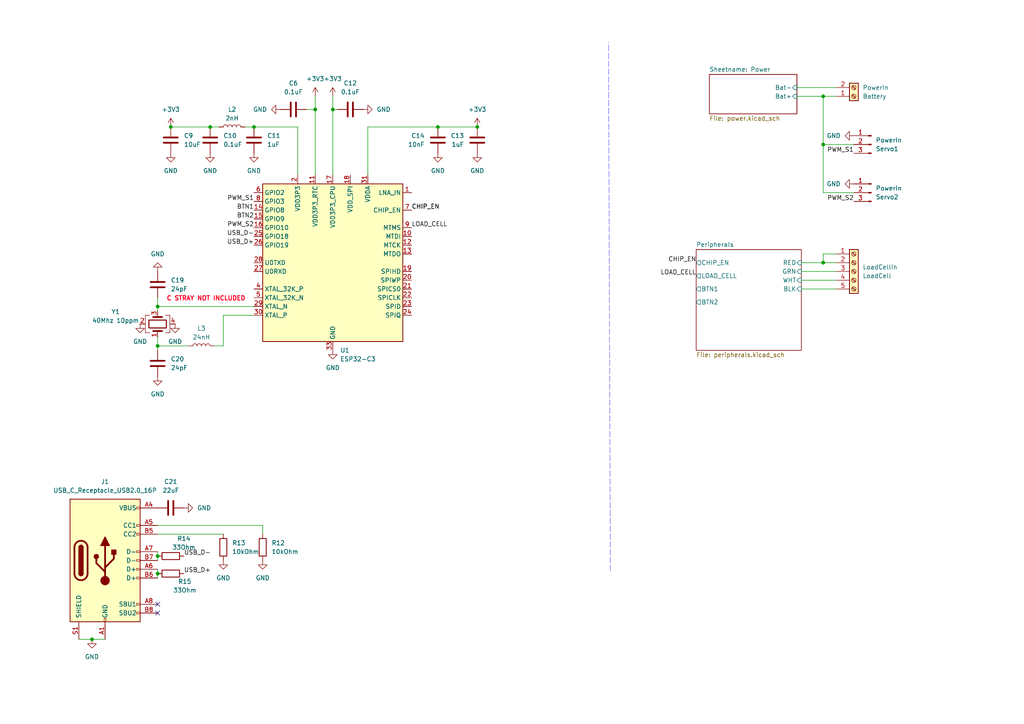
<source format=kicad_sch>
(kicad_sch (version 20250114) (generator "eeschema") (generator_version "9.0")
  (paper "A4")
  (lib_symbols
    (symbol "Connector:Conn_01x03_Pin" (pin_names (offset 1.016) (hide yes))
      (property "Reference" "J" (at 0 5.08 0))
      (property "Value" "Conn_01x03_Pin" (at 0 -5.08 0))
      (symbol "Conn_01x03_Pin_1_1"
        (rectangle (start 0.8636 2.667) (end 0 2.413) (stroke (width 0.1524)) (fill (type outline)))
        (rectangle (start 0.8636 0.127) (end 0 -0.127) (stroke (width 0.1524)) (fill (type outline)))
        (rectangle (start 0.8636 -2.413) (end 0 -2.667) (stroke (width 0.1524)) (fill (type outline)))
        (polyline (pts (xy 1.27 2.54) (xy 0.8636 2.54)) (stroke (width 0.1524)))
        (polyline (pts (xy 1.27 0) (xy 0.8636 0)) (stroke (width 0.1524)))
        (polyline (pts (xy 1.27 -2.54) (xy 0.8636 -2.54)) (stroke (width 0.1524)))
        (pin passive line (at 5.08 2.54 180) (length 3.81) (name "Pin_1") (number "1"))
        (pin passive line (at 5.08 0 180) (length 3.81) (name "Pin_2") (number "2"))
        (pin passive line (at 5.08 -2.54 180) (length 3.81) (name "Pin_3") (number "3"))
      )
    )
    (symbol "Connector:Screw_Terminal_01x02" (pin_names (offset 1.016) (hide yes))
      (property "Reference" "J1" (at 2.54 0.0001 0))
      (property "Value" "Screw_Terminal_01x02" (at 2.54 -2.5399 0))
      (symbol "Screw_Terminal_01x02_1_1"
        (rectangle (start -1.27 1.27) (end 1.27 -3.81) (stroke (width 0.254)) (fill (type background)))
        (polyline (pts (xy -0.5334 0.3302) (xy 0.3302 -0.508)) (stroke (width 0.1524)))
        (polyline (pts (xy -0.5334 -2.2098) (xy 0.3302 -3.048)) (stroke (width 0.1524)))
        (polyline (pts (xy -0.3556 0.508) (xy 0.508 -0.3302)) (stroke (width 0.1524)))
        (polyline (pts (xy -0.3556 -2.032) (xy 0.508 -2.8702)) (stroke (width 0.1524)))
        (circle (center 0 0) (radius 0.635) (stroke (width 0.1524)))
        (circle (center 0 -2.54) (radius 0.635) (stroke (width 0.1524)))
        (pin passive line (at -5.08 0 0) (length 3.81) (name "Pin_2") (number "2"))
        (pin passive line (at -5.08 -2.54 0) (length 3.81) (name "Pin_1") (number "1"))
      )
    )
    (symbol "Connector:Screw_Terminal_01x05" (pin_names (offset 1.016) (hide yes))
      (property "Reference" "J" (at 0 7.62 0))
      (property "Value" "Screw_Terminal_01x05" (at 0 -7.62 0))
      (symbol "Screw_Terminal_01x05_1_1"
        (rectangle (start -1.27 6.35) (end 1.27 -6.35) (stroke (width 0.254)) (fill (type background)))
        (polyline (pts (xy -0.5334 5.4102) (xy 0.3302 4.572)) (stroke (width 0.1524)))
        (polyline (pts (xy -0.5334 2.8702) (xy 0.3302 2.032)) (stroke (width 0.1524)))
        (polyline (pts (xy -0.5334 0.3302) (xy 0.3302 -0.508)) (stroke (width 0.1524)))
        (polyline (pts (xy -0.5334 -2.2098) (xy 0.3302 -3.048)) (stroke (width 0.1524)))
        (polyline (pts (xy -0.5334 -4.7498) (xy 0.3302 -5.588)) (stroke (width 0.1524)))
        (polyline (pts (xy -0.3556 5.588) (xy 0.508 4.7498)) (stroke (width 0.1524)))
        (polyline (pts (xy -0.3556 3.048) (xy 0.508 2.2098)) (stroke (width 0.1524)))
        (polyline (pts (xy -0.3556 0.508) (xy 0.508 -0.3302)) (stroke (width 0.1524)))
        (polyline (pts (xy -0.3556 -2.032) (xy 0.508 -2.8702)) (stroke (width 0.1524)))
        (polyline (pts (xy -0.3556 -4.572) (xy 0.508 -5.4102)) (stroke (width 0.1524)))
        (circle (center 0 5.08) (radius 0.635) (stroke (width 0.1524)))
        (circle (center 0 2.54) (radius 0.635) (stroke (width 0.1524)))
        (circle (center 0 0) (radius 0.635) (stroke (width 0.1524)))
        (circle (center 0 -2.54) (radius 0.635) (stroke (width 0.1524)))
        (circle (center 0 -5.08) (radius 0.635) (stroke (width 0.1524)))
        (pin passive line (at -5.08 5.08 0) (length 3.81) (name "Pin_1") (number "1"))
        (pin passive line (at -5.08 2.54 0) (length 3.81) (name "Pin_2") (number "2"))
        (pin passive line (at -5.08 0 0) (length 3.81) (name "Pin_3") (number "3"))
        (pin passive line (at -5.08 -2.54 0) (length 3.81) (name "Pin_4") (number "4"))
        (pin passive line (at -5.08 -5.08 0) (length 3.81) (name "Pin_5") (number "5"))
      )
    )
    (symbol "Connector:USB_C_Receptacle_USB2.0_16P" (pin_names (offset 1.016))
      (property "Reference" "J" (at 0 22.225 0))
      (property "Value" "USB_C_Receptacle_USB2.0_16P" (at 0 19.685 0))
      (symbol "USB_C_Receptacle_USB2.0_16P_0_0"
        (rectangle (start -0.254 -17.78) (end 0.254 -16.764))
        (rectangle (start 10.16 15.494) (end 9.144 14.986))
        (rectangle (start 10.16 10.414) (end 9.144 9.906))
        (rectangle (start 10.16 7.874) (end 9.144 7.366))
        (rectangle (start 10.16 2.794) (end 9.144 2.286))
        (rectangle (start 10.16 0.254) (end 9.144 -0.254))
        (rectangle (start 10.16 -2.286) (end 9.144 -2.794))
        (rectangle (start 10.16 -4.826) (end 9.144 -5.334))
        (rectangle (start 10.16 -12.446) (end 9.144 -12.954))
        (rectangle (start 10.16 -14.986) (end 9.144 -15.494))
      )
      (symbol "USB_C_Receptacle_USB2.0_16P_0_1"
        (rectangle (start -10.16 17.78) (end 10.16 -17.78) (stroke (width 0.254)) (fill (type background)))
        (polyline (pts (xy -8.89 -3.81) (xy -8.89 3.81)) (stroke (width 0.508)))
        (rectangle (start -7.62 -3.81) (end -6.35 3.81) (stroke (width 0.254)) (fill (type outline)))
        (arc (start -7.62 3.81) (mid -6.985 4.4423) (end -6.35 3.81) (stroke (width 0.254)))
        (arc (start -7.62 3.81) (mid -6.985 4.4423) (end -6.35 3.81) (stroke (width 0.254)) (fill (type outline)))
        (arc (start -8.89 3.81) (mid -6.985 5.7067) (end -5.08 3.81) (stroke (width 0.508)))
        (arc (start -5.08 -3.81) (mid -6.985 -5.7067) (end -8.89 -3.81) (stroke (width 0.508)))
        (arc (start -6.35 -3.81) (mid -6.985 -4.4423) (end -7.62 -3.81) (stroke (width 0.254)))
        (arc (start -6.35 -3.81) (mid -6.985 -4.4423) (end -7.62 -3.81) (stroke (width 0.254)) (fill (type outline)))
        (polyline (pts (xy -5.08 3.81) (xy -5.08 -3.81)) (stroke (width 0.508)))
        (circle (center -2.54 1.143) (radius 0.635) (stroke (width 0.254)) (fill (type outline)))
        (polyline (pts (xy -1.27 4.318) (xy 0 6.858) (xy 1.27 4.318) (xy -1.27 4.318)) (stroke (width 0.254)) (fill (type outline)))
        (polyline (pts (xy 0 -2.032) (xy 2.54 0.508) (xy 2.54 1.778)) (stroke (width 0.508)))
        (polyline (pts (xy 0 -3.302) (xy -2.54 -0.762) (xy -2.54 0.508)) (stroke (width 0.508)))
        (polyline (pts (xy 0 -5.842) (xy 0 4.318)) (stroke (width 0.508)))
        (circle (center 0 -5.842) (radius 1.27) (fill (type outline)))
        (rectangle (start 1.905 1.778) (end 3.175 3.048) (stroke (width 0.254)) (fill (type outline)))
      )
      (symbol "USB_C_Receptacle_USB2.0_16P_1_1"
        (pin passive line (at -7.62 -22.86 90) (length 5.08) (name "SHIELD") (number "S1"))
        (pin passive line (at 0 -22.86 90) (length 5.08) (name "GND") (number "A1"))
        (pin passive line (at 0 -22.86 90) (length 5.08) (hide yes) (name "GND") (number "A12"))
        (pin passive line (at 0 -22.86 90) (length 5.08) (hide yes) (name "GND") (number "B1"))
        (pin passive line (at 0 -22.86 90) (length 5.08) (hide yes) (name "GND") (number "B12"))
        (pin passive line (at 15.24 15.24 180) (length 5.08) (name "VBUS") (number "A4"))
        (pin passive line (at 15.24 15.24 180) (length 5.08) (hide yes) (name "VBUS") (number "A9"))
        (pin passive line (at 15.24 15.24 180) (length 5.08) (hide yes) (name "VBUS") (number "B4"))
        (pin passive line (at 15.24 15.24 180) (length 5.08) (hide yes) (name "VBUS") (number "B9"))
        (pin bidirectional line (at 15.24 10.16 180) (length 5.08) (name "CC1") (number "A5"))
        (pin bidirectional line (at 15.24 7.62 180) (length 5.08) (name "CC2") (number "B5"))
        (pin bidirectional line (at 15.24 2.54 180) (length 5.08) (name "D-") (number "A7"))
        (pin bidirectional line (at 15.24 0 180) (length 5.08) (name "D-") (number "B7"))
        (pin bidirectional line (at 15.24 -2.54 180) (length 5.08) (name "D+") (number "A6"))
        (pin bidirectional line (at 15.24 -5.08 180) (length 5.08) (name "D+") (number "B6"))
        (pin bidirectional line (at 15.24 -12.7 180) (length 5.08) (name "SBU1") (number "A8"))
        (pin bidirectional line (at 15.24 -15.24 180) (length 5.08) (name "SBU2") (number "B8"))
      )
    )
    (symbol "Device:C" (pin_numbers (hide yes)) (pin_names (offset 0.254))
      (property "Reference" "C" (at 0.635 2.54 0))
      (property "Value" "C" (at 0.635 -2.54 0))
      (symbol "C_0_1"
        (polyline (pts (xy -2.032 0.762) (xy 2.032 0.762)) (stroke (width 0.508)))
        (polyline (pts (xy -2.032 -0.762) (xy 2.032 -0.762)) (stroke (width 0.508)))
      )
      (symbol "C_1_1"
        (pin passive line (at 0 3.81 270) (length 2.794) (name "~") (number "1"))
        (pin passive line (at 0 -3.81 90) (length 2.794) (name "~") (number "2"))
      )
    )
    (symbol "Device:Crystal_GND24" (pin_names (offset 1.016) (hide yes))
      (property "Reference" "Y" (at 3.175 5.08 0))
      (property "Value" "Crystal_GND24" (at 3.175 3.175 0))
      (symbol "Crystal_GND24_0_1"
        (polyline (pts (xy -2.54 2.286) (xy -2.54 3.556) (xy 2.54 3.556) (xy 2.54 2.286)))
        (polyline (pts (xy -2.54 0) (xy -2.032 0)))
        (polyline (pts (xy -2.54 -2.286) (xy -2.54 -3.556) (xy 2.54 -3.556) (xy 2.54 -2.286)))
        (polyline (pts (xy -2.032 -1.27) (xy -2.032 1.27)) (stroke (width 0.508)))
        (rectangle (start -1.143 2.54) (end 1.143 -2.54) (stroke (width 0.3048)))
        (polyline (pts (xy 0 3.556) (xy 0 3.81)))
        (polyline (pts (xy 0 -3.81) (xy 0 -3.556)))
        (polyline (pts (xy 2.032 0) (xy 2.54 0)))
        (polyline (pts (xy 2.032 -1.27) (xy 2.032 1.27)) (stroke (width 0.508)))
      )
      (symbol "Crystal_GND24_1_1"
        (pin passive line (at -3.81 0 0) (length 1.27) (name "1") (number "1"))
        (pin passive line (at 0 5.08 270) (length 1.27) (name "2") (number "2"))
        (pin passive line (at 0 -5.08 90) (length 1.27) (name "4") (number "4"))
        (pin passive line (at 3.81 0 180) (length 1.27) (name "3") (number "3"))
      )
    )
    (symbol "Device:L" (pin_numbers (hide yes)) (pin_names (offset 1.016) (hide yes))
      (property "Reference" "L" (at -1.27 0 90))
      (property "Value" "L" (at 1.905 0 90))
      (symbol "L_0_1"
        (arc (start 0 2.54) (mid 0.6323 1.905) (end 0 1.27))
        (arc (start 0 1.27) (mid 0.6323 0.635) (end 0 0))
        (arc (start 0 0) (mid 0.6323 -0.635) (end 0 -1.27))
        (arc (start 0 -1.27) (mid 0.6323 -1.905) (end 0 -2.54))
      )
      (symbol "L_1_1"
        (pin passive line (at 0 3.81 270) (length 1.27) (name "1") (number "1"))
        (pin passive line (at 0 -3.81 90) (length 1.27) (name "2") (number "2"))
      )
    )
    (symbol "Device:R" (pin_numbers (hide yes)) (pin_names (offset 0))
      (property "Reference" "R" (at 2.032 0 90))
      (property "Value" "R" (at 0 0 90))
      (symbol "R_0_1"
        (rectangle (start -1.016 -2.54) (end 1.016 2.54) (stroke (width 0.254)))
      )
      (symbol "R_1_1"
        (pin passive line (at 0 3.81 270) (length 1.27) (name "~") (number "1"))
        (pin passive line (at 0 -3.81 90) (length 1.27) (name "~") (number "2"))
      )
    )
    (symbol "MCU_Espressif:ESP32-C3"
      (property "Reference" "U" (at -17.272 23.876 0))
      (property "Value" "ESP32-C3" (at 16.256 23.876 0))
      (symbol "ESP32-C3_1_1"
        (rectangle (start -20.32 22.86) (end 20.32 -22.86) (stroke (width 0.254)) (fill (type background)))
        (pin bidirectional line (at -22.86 20.32 0) (length 2.54) (name "GPIO2") (number "6"))
        (pin bidirectional line (at -22.86 17.78 0) (length 2.54) (name "GPIO3") (number "8"))
        (pin bidirectional line (at -22.86 15.24 0) (length 2.54) (name "GPIO8") (number "14"))
        (pin bidirectional line (at -22.86 12.7 0) (length 2.54) (name "GPIO9") (number "15"))
        (pin bidirectional line (at -22.86 10.16 0) (length 2.54) (name "GPIO10") (number "16"))
        (pin bidirectional line (at -22.86 7.62 0) (length 2.54) (name "GPIO18") (number "25"))
        (pin bidirectional line (at -22.86 5.08 0) (length 2.54) (name "GPIO19") (number "26"))
        (pin bidirectional line (at -22.86 0 0) (length 2.54) (name "U0TXD") (number "28"))
        (pin bidirectional line (at -22.86 -2.54 0) (length 2.54) (name "U0RXD") (number "27"))
        (pin bidirectional line (at -22.86 -7.62 0) (length 2.54) (name "XTAL_32K_P") (number "4"))
        (pin bidirectional line (at -22.86 -10.16 0) (length 2.54) (name "XTAL_32K_N") (number "5"))
        (pin bidirectional line (at -22.86 -12.7 0) (length 2.54) (name "XTAL_N") (number "29"))
        (pin bidirectional line (at -22.86 -15.24 0) (length 2.54) (name "XTAL_P") (number "30"))
        (pin power_in line (at -10.16 25.4 270) (length 2.54) (name "VDD3P3") (number "2"))
        (pin passive line (at -10.16 25.4 270) (length 2.54) (hide yes) (name "VDD3P3") (number "3"))
        (pin power_in line (at -5.08 25.4 270) (length 2.54) (name "VDD3P3_RTC") (number "11"))
        (pin power_in line (at 0 25.4 270) (length 2.54) (name "VDD3P3_CPU") (number "17"))
        (pin power_in line (at 0 -25.4 90) (length 2.54) (name "GND") (number "33"))
        (pin power_out line (at 5.08 25.4 270) (length 2.54) (name "VDD_SPI") (number "18"))
        (pin power_in line (at 10.16 25.4 270) (length 2.54) (name "VDDA") (number "31"))
        (pin passive line (at 10.16 25.4 270) (length 2.54) (hide yes) (name "VDDA") (number "32"))
        (pin bidirectional line (at 22.86 20.32 180) (length 2.54) (name "LNA_IN") (number "1"))
        (pin bidirectional line (at 22.86 15.24 180) (length 2.54) (name "CHIP_EN") (number "7"))
        (pin bidirectional line (at 22.86 10.16 180) (length 2.54) (name "MTMS") (number "9"))
        (pin bidirectional line (at 22.86 7.62 180) (length 2.54) (name "MTDI") (number "10"))
        (pin bidirectional line (at 22.86 5.08 180) (length 2.54) (name "MTCK") (number "12"))
        (pin bidirectional line (at 22.86 2.54 180) (length 2.54) (name "MTDO") (number "13"))
        (pin bidirectional line (at 22.86 -2.54 180) (length 2.54) (name "SPIHD") (number "19"))
        (pin bidirectional line (at 22.86 -5.08 180) (length 2.54) (name "SPIWP") (number "20"))
        (pin bidirectional line (at 22.86 -7.62 180) (length 2.54) (name "SPICS0") (number "21"))
        (pin bidirectional line (at 22.86 -10.16 180) (length 2.54) (name "SPICLK") (number "22"))
        (pin bidirectional line (at 22.86 -12.7 180) (length 2.54) (name "SPID") (number "23"))
        (pin bidirectional line (at 22.86 -15.24 180) (length 2.54) (name "SPIQ") (number "24"))
      )
    )
    (symbol "power:+3V3" (power) (pin_numbers (hide yes)) (pin_names (offset 0) (hide yes))
      (property "Value" "+3V3" (at 0 3.556 0))
      (symbol "+3V3_0_1"
        (polyline (pts (xy -0.762 1.27) (xy 0 2.54)))
        (polyline (pts (xy 0 2.54) (xy 0.762 1.27)))
        (polyline (pts (xy 0 0) (xy 0 2.54)))
      )
      (symbol "+3V3_1_1"
        (pin power_in line (at 0 0 90) (length 0) (name "~") (number "1"))
      )
    )
    (symbol "power:GND" (power) (pin_numbers (hide yes)) (pin_names (offset 0) (hide yes))
      (property "Value" "GND" (at 0 -3.81 0))
      (symbol "GND_0_1"
        (polyline (pts (xy 0 0) (xy 0 -1.27) (xy 1.27 -1.27) (xy 0 -2.54) (xy -1.27 -1.27) (xy 0 -1.27)))
      )
      (symbol "GND_1_1"
        (pin power_in line (at 0 0 270) (length 0) (name "~") (number "1"))
      )
    )
  )
  (junction (at 45.72 166.37))
  (junction (at 96.52 31.75))
  (junction (at 26.67 185.42))
  (junction (at 138.43 36.83))
  (junction (at 238.76 27.94))
  (junction (at 45.72 100.33))
  (junction (at 45.72 88.9))
  (junction (at 60.96 36.83))
  (junction (at 91.44 31.75))
  (junction (at 238.76 76.2))
  (junction (at 127 36.83))
  (junction (at 238.76 41.91))
  (junction (at 45.72 161.29))
  (junction (at 73.66 36.83))
  (junction (at 49.53 36.83))
  (no_connect (at 45.72 177.8))
  (no_connect (at 45.72 175.26))
  (wire (pts (xy 76.2 152.4) (xy 45.72 152.4)))
  (wire (pts (xy 96.52 31.75) (xy 96.52 50.8)))
  (wire (pts (xy 63.5 36.83) (xy 60.96 36.83)))
  (polyline (pts (xy 177.0352 165.6228) (xy 176.486 12.2869)) (stroke (width 0) (type dash) (color 93 94 255 1)))
  (wire (pts (xy 45.72 88.9) (xy 73.66 88.9)))
  (wire (pts (xy 45.72 100.33) (xy 45.72 101.6)))
  (wire (pts (xy 238.76 27.94) (xy 242.57 27.94)))
  (wire (pts (xy 73.66 36.83) (xy 86.36 36.83)))
  (wire (pts (xy 231.14 25.4) (xy 242.57 25.4)))
  (wire (pts (xy 242.57 73.66) (xy 238.76 73.66)))
  (wire (pts (xy 106.68 36.83) (xy 127 36.83)))
  (wire (pts (xy 86.36 36.83) (xy 86.36 50.8)))
  (wire (pts (xy 45.72 166.37) (xy 45.72 167.64)))
  (wire (pts (xy 238.76 73.66) (xy 238.76 76.2)))
  (wire (pts (xy 45.72 161.29) (xy 45.72 162.56)))
  (wire (pts (xy 71.12 36.83) (xy 73.66 36.83)))
  (wire (pts (xy 49.53 36.83) (xy 60.96 36.83)))
  (wire (pts (xy 45.72 154.94) (xy 64.77 154.94)))
  (wire (pts (xy 64.77 100.33) (xy 62.23 100.33)))
  (wire (pts (xy 45.72 97.79) (xy 45.72 100.33)))
  (wire (pts (xy 247.65 41.91) (xy 238.76 41.91)))
  (wire (pts (xy 106.68 50.8) (xy 106.68 36.83)))
  (wire (pts (xy 88.9 31.75) (xy 91.44 31.75)))
  (wire (pts (xy 238.76 41.91) (xy 238.76 27.94)))
  (wire (pts (xy 45.72 165.1) (xy 45.72 166.37)))
  (wire (pts (xy 22.86 185.42) (xy 26.67 185.42)))
  (wire (pts (xy 45.72 88.9) (xy 45.72 90.17)))
  (wire (pts (xy 91.44 31.75) (xy 91.44 50.8)))
  (wire (pts (xy 238.76 41.91) (xy 238.76 55.88)))
  (wire (pts (xy 64.77 91.44) (xy 64.77 100.33)))
  (wire (pts (xy 97.79 31.75) (xy 96.52 31.75)))
  (wire (pts (xy 26.67 185.42) (xy 30.48 185.42)))
  (wire (pts (xy 232.41 83.82) (xy 242.57 83.82)))
  (wire (pts (xy 232.41 81.28) (xy 242.57 81.28)))
  (wire (pts (xy 45.72 100.33) (xy 54.61 100.33)))
  (wire (pts (xy 138.43 36.83) (xy 127 36.83)))
  (wire (pts (xy 247.65 55.88) (xy 238.76 55.88)))
  (wire (pts (xy 96.52 27.94) (xy 96.52 31.75)))
  (wire (pts (xy 45.72 86.36) (xy 45.72 88.9)))
  (wire (pts (xy 76.2 154.94) (xy 76.2 152.4)))
  (wire (pts (xy 45.72 160.02) (xy 45.72 161.29)))
  (wire (pts (xy 232.41 78.74) (xy 242.57 78.74)))
  (wire (pts (xy 64.77 91.44) (xy 73.66 91.44)))
  (wire (pts (xy 232.41 76.2) (xy 238.76 76.2)))
  (wire (pts (xy 238.76 76.2) (xy 242.57 76.2)))
  (wire (pts (xy 91.44 27.94) (xy 91.44 31.75)))
  (wire (pts (xy 231.14 27.94) (xy 238.76 27.94)))
  (label "USB_D-" (at 73.66 68.58 180))
  (label "PWM_S2" (at 247.65 58.42 180))
  (label "USB_D+" (at 53.34 166.37 0))
  (label "CHIP_EN" (at 201.93 76.2 180))
  (label "USB_D+" (at 73.66 71.12 180))
  (label "PWM_S1" (at 247.65 44.45 180))
  (label "PWM_S2" (at 73.66 66.04 180))
  (label "CHIP_EN" (at 119.38 60.96 0))
  (label "LOAD_CELL" (at 201.93 80.01 180))
  (label "CHIP_EN" (at 119.38 60.96 0))
  (label "PWM_S1" (at 73.66 58.42 180))
  (label "USB_D-" (at 53.34 161.29 0))
  (label "BTN2" (at 73.66 63.5 180))
  (label "BTN1" (at 73.66 60.96 180))
  (label "LOAD_CELL" (at 119.38 66.04 0))
  (label "C STRAY NOT INCLUDED" (at 48.26 87.63 0) (effects (font (thickness 0.254) (bold yes))))
  (symbol (lib_id "power:GND") (at 60.96 44.45 0) (unit 1)
    (property "Reference" "#PWR013" (effects (hide yes)))
    (property "Value" "GND" (at 60.96 49.53 0))
    (property "Description" "Power symbol creates a global label with name \"GND\" , ground" (effects (hide yes)))
  )
  (symbol (lib_id "power:GND") (at 138.43 44.45 0) (mirror y) (unit 1)
    (property "Reference" "#PWR019" (effects (hide yes)))
    (property "Value" "GND" (at 138.43 49.53 0))
    (property "Description" "Power symbol creates a global label with name \"GND\" , ground" (effects (hide yes)))
  )
  (symbol (lib_id "Device:C") (at 45.72 82.55 180) (unit 1)
    (property "Reference" "C19" (at 49.53 81.2799 0) (effects (justify right)))
    (property "Value" "24pF" (at 49.53 83.8199 0) (effects (justify right)))
    (property "Footprint" "Capacitor_SMD:C_0805_2012Metric_Pad1.18x1.45mm_HandSolder" (effects (hide yes)))
    (property "Description" "Unpolarized capacitor" (effects (hide yes)))
  )
  (symbol (lib_id "power:GND") (at 105.41 31.75 90) (unit 1)
    (property "Reference" "#PWR016" (effects (hide yes)))
    (property "Value" "GND" (at 109.22 31.7499 90) (effects (justify right)))
    (property "Description" "Power symbol creates a global label with name \"GND\" , ground" (effects (hide yes)))
  )
  (symbol (lib_id "Device:C") (at 85.09 31.75 90) (unit 1)
    (property "Reference" "C6" (at 85.09 24.13 90))
    (property "Value" "0.1uF" (at 85.09 26.67 90))
    (property "Footprint" "Capacitor_SMD:C_0805_2012Metric_Pad1.18x1.45mm_HandSolder" (effects (hide yes)))
    (property "Description" "Unpolarized capacitor" (effects (hide yes)))
  )
  (symbol (lib_id "power:GND") (at 247.65 53.34 270) (unit 1)
    (property "Reference" "#PWR09" (effects (hide yes)))
    (property "Value" "GND" (at 243.84 53.3399 90) (effects (justify right)))
    (property "Description" "Power symbol creates a global label with name \"GND\" , ground" (effects (hide yes)))
  )
  (symbol (lib_id "Device:C") (at 127 40.64 0) (mirror x) (unit 1)
    (property "Reference" "C14" (at 123.19 39.3699 0) (effects (justify right)))
    (property "Value" "10nF" (at 123.19 41.9099 0) (effects (justify right)))
    (property "Footprint" "Capacitor_SMD:C_0805_2012Metric_Pad1.18x1.45mm_HandSolder" (effects (hide yes)))
    (property "Description" "Unpolarized capacitor" (effects (hide yes)))
  )
  (symbol (lib_id "Device:R") (at 49.53 166.37 90) (unit 1)
    (property "Reference" "R15" (at 53.594 168.656 90))
    (property "Value" "33Ohm" (at 53.594 171.196 90))
    (property "Footprint" "Resistor_SMD:R_0402_1005Metric_Pad0.72x0.64mm_HandSolder" (effects (hide yes)))
    (property "Description" "Resistor" (effects (hide yes)))
  )
  (symbol (lib_id "power:GND") (at 40.64 93.98 0) (unit 1)
    (property "Reference" "#PWR040" (effects (hide yes)))
    (property "Value" "GND" (at 40.64 99.06 0))
    (property "Description" "Power symbol creates a global label with name \"GND\" , ground" (effects (hide yes)))
  )
  (symbol (lib_id "Device:L") (at 58.42 100.33 90) (unit 1)
    (property "Reference" "L3" (at 58.42 95.25 90))
    (property "Value" "24nH" (at 58.42 97.79 90))
    (property "Footprint" "Inductor_SMD:L_0402_1005Metric_Pad0.77x0.64mm_HandSolder" (effects (hide yes)))
    (property "Description" "Inductor" (effects (hide yes)))
  )
  (symbol (lib_id "Device:C") (at 73.66 40.64 180) (unit 1)
    (property "Reference" "C11" (at 77.47 39.3699 0) (effects (justify right)))
    (property "Value" "1uF" (at 77.47 41.9099 0) (effects (justify right)))
    (property "Footprint" "Capacitor_SMD:C_0805_2012Metric_Pad1.18x1.45mm_HandSolder" (effects (hide yes)))
    (property "Description" "Unpolarized capacitor" (effects (hide yes)))
  )
  (symbol (lib_id "power:+3V3") (at 96.52 27.94 0) (unit 1)
    (property "Reference" "#PWR017" (effects (hide yes)))
    (property "Value" "+3V3" (at 96.52 22.86 0))
    (property "Description" "Power symbol creates a global label with name \"+3V3\"" (effects (hide yes)))
  )
  (symbol (lib_id "power:GND") (at 96.52 101.6 0) (mirror y) (unit 1)
    (property "Reference" "#PWR021" (effects (hide yes)))
    (property "Value" "GND" (at 96.52 106.68 0))
    (property "Description" "Power symbol creates a global label with name \"GND\" , ground" (effects (hide yes)))
  )
  (symbol (lib_id "power:+3V3") (at 138.43 36.83 0) (mirror y) (unit 1)
    (property "Reference" "#PWR018" (effects (hide yes)))
    (property "Value" "+3V3" (at 138.43 31.75 0))
    (property "Description" "Power symbol creates a global label with name \"+3V3\"" (effects (hide yes)))
  )
  (symbol (lib_id "power:GND") (at 26.67 185.42 0) (unit 1)
    (property "Reference" "#PWR045" (effects (hide yes)))
    (property "Value" "GND" (at 26.67 190.5 0))
    (property "Description" "Power symbol creates a global label with name \"GND\" , ground" (effects (hide yes)))
  )
  (symbol (lib_id "power:GND") (at 53.34 147.32 90) (unit 1)
    (property "Reference" "#PWR044" (effects (hide yes)))
    (property "Value" "GND" (at 57.15 147.3199 90) (effects (justify right)))
    (property "Description" "Power symbol creates a global label with name \"GND\" , ground" (effects (hide yes)))
  )
  (symbol (lib_id "power:GND") (at 50.8 93.98 0) (unit 1)
    (property "Reference" "#PWR041" (effects (hide yes)))
    (property "Value" "GND" (at 50.8 99.06 0))
    (property "Description" "Power symbol creates a global label with name \"GND\" , ground" (effects (hide yes)))
  )
  (symbol (lib_id "power:GND") (at 76.2 162.56 0) (unit 1)
    (property "Reference" "#PWR046" (effects (hide yes)))
    (property "Value" "GND" (at 76.2 167.64 0))
    (property "Description" "Power symbol creates a global label with name \"GND\" , ground" (effects (hide yes)))
  )
  (symbol (lib_id "power:GND") (at 45.72 78.74 180) (unit 1)
    (property "Reference" "#PWR043" (effects (hide yes)))
    (property "Value" "GND" (at 45.72 73.66 0))
    (property "Description" "Power symbol creates a global label with name \"GND\" , ground" (effects (hide yes)))
  )
  (symbol (lib_id "Connector:Screw_Terminal_01x02") (at 247.65 25.4 0) (unit 1)
    (property "Reference" "PowerIn" (at 250.19 25.3999 0) (effects (justify left)))
    (property "Value" "Battery" (at 250.19 27.9399 0) (effects (justify left)))
    (property "Footprint" "TerminalBlock:TerminalBlock_MaiXu_MX126-5.0-02P_1x02_P5.00mm" (effects (hide yes)))
    (property "Description" "Generic screw terminal, single row, 01x02, script generated (kicad-library-utils/schlib/autogen/connector/)" (effects (hide yes)))
  )
  (symbol (lib_id "power:GND") (at 49.53 44.45 0) (unit 1)
    (property "Reference" "#PWR012" (effects (hide yes)))
    (property "Value" "GND" (at 49.53 49.53 0))
    (property "Description" "Power symbol creates a global label with name \"GND\" , ground" (effects (hide yes)))
  )
  (symbol (lib_id "Device:C") (at 49.53 147.32 270) (unit 1)
    (property "Reference" "C21" (at 49.53 139.7 90))
    (property "Value" "22uF" (at 49.53 142.24 90))
    (property "Footprint" "Capacitor_SMD:C_0805_2012Metric_Pad1.18x1.45mm_HandSolder" (effects (hide yes)))
    (property "Description" "Unpolarized capacitor" (effects (hide yes)))
  )
  (symbol (lib_id "Device:R") (at 64.77 158.75 0) (unit 1)
    (property "Reference" "R13" (at 67.31 157.4799 0) (effects (justify left)))
    (property "Value" "10kOhm" (at 67.31 160.0199 0) (effects (justify left)))
    (property "Footprint" "Resistor_SMD:R_0402_1005Metric_Pad0.72x0.64mm_HandSolder" (effects (hide yes)))
    (property "Description" "Resistor" (effects (hide yes)))
  )
  (symbol (lib_id "Device:C") (at 45.72 105.41 180) (unit 1)
    (property "Reference" "C20" (at 49.53 104.1399 0) (effects (justify right)))
    (property "Value" "24pF" (at 49.53 106.6799 0) (effects (justify right)))
    (property "Footprint" "Capacitor_SMD:C_0805_2012Metric_Pad1.18x1.45mm_HandSolder" (effects (hide yes)))
    (property "Description" "Unpolarized capacitor" (effects (hide yes)))
  )
  (symbol (lib_id "Connector:Screw_Terminal_01x05") (at 247.65 78.74 0) (unit 1)
    (property "Reference" "LoadCellIn" (at 250.19 77.4699 0) (effects (justify left)))
    (property "Value" "LoadCell" (at 250.19 80.0099 0) (effects (justify left)))
    (property "Description" "Generic screw terminal, single row, 01x05, script generated (kicad-library-utils/schlib/autogen/connector/)" (effects (hide yes)))
  )
  (symbol (lib_id "power:GND") (at 247.65 39.37 270) (unit 1)
    (property "Reference" "#PWR08" (effects (hide yes)))
    (property "Value" "GND" (at 243.84 39.3699 90) (effects (justify right)))
    (property "Description" "Power symbol creates a global label with name \"GND\" , ground" (effects (hide yes)))
  )
  (symbol (lib_id "Connector:USB_C_Receptacle_USB2.0_16P") (at 30.48 162.56 0) (unit 1)
    (property "Reference" "J1" (at 30.48 139.7 0))
    (property "Value" "USB_C_Receptacle_USB2.0_16P" (at 30.48 142.24 0))
    (property "Footprint" "Connector_USB:USB_C_Receptacle_GCT_USB4085" (effects (hide yes)))
    (property "Datasheet" "https://www.usb.org/sites/default/files/documents/usb_type-c.zip" (effects (hide yes)))
    (property "Description" "USB 2.0-only 16P Type-C Receptacle connector" (effects (hide yes)))
  )
  (symbol (lib_id "power:GND") (at 64.77 162.56 0) (unit 1)
    (property "Reference" "#PWR047" (effects (hide yes)))
    (property "Value" "GND" (at 64.77 167.64 0))
    (property "Description" "Power symbol creates a global label with name \"GND\" , ground" (effects (hide yes)))
  )
  (symbol (lib_id "Connector:Conn_01x03_Pin") (at 252.73 55.88 0) (mirror y) (unit 1)
    (property "Reference" "PowerIn" (at 254 54.6099 0) (effects (justify right)))
    (property "Value" "Servo2" (at 254 57.1499 0) (effects (justify right)))
    (property "Footprint" "Connector_PinHeader_1.00mm:PinHeader_1x03_P1.00mm_Vertical" (effects (hide yes)))
    (property "Description" "Generic connector, single row, 01x03, script generated" (effects (hide yes)))
  )
  (symbol (lib_id "Device:L") (at 67.31 36.83 90) (unit 1)
    (property "Reference" "L2" (at 67.31 31.75 90))
    (property "Value" "2nH" (at 67.31 34.29 90))
    (property "Footprint" "Inductor_SMD:L_0805_2012Metric_Pad1.05x1.20mm_HandSolder" (effects (hide yes)))
    (property "Description" "Inductor" (effects (hide yes)))
  )
  (symbol (lib_id "Device:R") (at 76.2 158.75 0) (unit 1)
    (property "Reference" "R12" (at 78.74 157.4799 0) (effects (justify left)))
    (property "Value" "10kOhm" (at 78.74 160.0199 0) (effects (justify left)))
    (property "Footprint" "Resistor_SMD:R_0402_1005Metric_Pad0.72x0.64mm_HandSolder" (effects (hide yes)))
    (property "Description" "Resistor" (effects (hide yes)))
  )
  (symbol (lib_id "power:+3V3") (at 91.44 27.94 0) (unit 1)
    (property "Reference" "#PWR011" (effects (hide yes)))
    (property "Value" "+3V3" (at 91.44 22.86 0))
    (property "Description" "Power symbol creates a global label with name \"+3V3\"" (effects (hide yes)))
  )
  (symbol (lib_id "Device:C") (at 60.96 40.64 180) (unit 1)
    (property "Reference" "C10" (at 64.77 39.3699 0) (effects (justify right)))
    (property "Value" "0.1uF" (at 64.77 41.9099 0) (effects (justify right)))
    (property "Footprint" "Capacitor_SMD:C_0805_2012Metric_Pad1.18x1.45mm_HandSolder" (effects (hide yes)))
    (property "Description" "Unpolarized capacitor" (effects (hide yes)))
  )
  (symbol (lib_id "Connector:Conn_01x03_Pin") (at 252.73 41.91 0) (mirror y) (unit 1)
    (property "Reference" "PowerIn" (at 254 40.6399 0) (effects (justify right)))
    (property "Value" "Servo1" (at 254 43.1799 0) (effects (justify right)))
    (property "Footprint" "Connector_PinHeader_1.00mm:PinHeader_1x03_P1.00mm_Vertical" (effects (hide yes)))
    (property "Description" "Generic connector, single row, 01x03, script generated" (effects (hide yes)))
  )
  (symbol (lib_id "power:GND") (at 127 44.45 0) (mirror y) (unit 1)
    (property "Reference" "#PWR020" (effects (hide yes)))
    (property "Value" "GND" (at 127 49.53 0))
    (property "Description" "Power symbol creates a global label with name \"GND\" , ground" (effects (hide yes)))
  )
  (symbol (lib_id "power:+3V3") (at 49.53 36.83 0) (unit 1)
    (property "Reference" "#PWR015" (effects (hide yes)))
    (property "Value" "+3V3" (at 49.53 31.75 0))
    (property "Description" "Power symbol creates a global label with name \"+3V3\"" (effects (hide yes)))
  )
  (symbol (lib_id "power:GND") (at 73.66 44.45 0) (unit 1)
    (property "Reference" "#PWR014" (effects (hide yes)))
    (property "Value" "GND" (at 73.66 49.53 0))
    (property "Description" "Power symbol creates a global label with name \"GND\" , ground" (effects (hide yes)))
  )
  (symbol (lib_id "Device:R") (at 49.53 161.29 90) (unit 1)
    (property "Reference" "R14" (at 53.34 156.21 90))
    (property "Value" "33Ohm" (at 53.34 158.75 90))
    (property "Footprint" "Resistor_SMD:R_0402_1005Metric_Pad0.72x0.64mm_HandSolder" (effects (hide yes)))
    (property "Description" "Resistor" (effects (hide yes)))
  )
  (symbol (lib_id "Device:C") (at 138.43 40.64 0) (mirror x) (unit 1)
    (property "Reference" "C13" (at 134.62 39.3699 0) (effects (justify right)))
    (property "Value" "1uF" (at 134.62 41.9099 0) (effects (justify right)))
    (property "Footprint" "Capacitor_SMD:C_0805_2012Metric_Pad1.18x1.45mm_HandSolder" (effects (hide yes)))
    (property "Description" "Unpolarized capacitor" (effects (hide yes)))
  )
  (symbol (lib_id "Device:C") (at 49.53 40.64 180) (unit 1)
    (property "Reference" "C9" (at 53.34 39.3699 0) (effects (justify right)))
    (property "Value" "10uF" (at 53.34 41.9099 0) (effects (justify right)))
    (property "Footprint" "Capacitor_SMD:C_0805_2012Metric_Pad1.18x1.45mm_HandSolder" (effects (hide yes)))
    (property "Description" "Unpolarized capacitor" (effects (hide yes)))
  )
  (symbol (lib_id "Device:Crystal_GND24") (at 45.72 93.98 90) (unit 1)
    (property "Reference" "Y1" (at 33.528 90.424 90))
    (property "Value" "40Mhz 10ppm" (at 33.528 92.964 90))
    (property "Footprint" "Crystal:Crystal_SMD_2016-4Pin_2.0x1.6mm" (effects (hide yes)))
    (property "Description" "Four pin crystal, GND on pins 2 and 4" (effects (hide yes)))
  )
  (symbol (lib_id "power:GND") (at 45.72 109.22 0) (unit 1)
    (property "Reference" "#PWR042" (effects (hide yes)))
    (property "Value" "GND" (at 45.72 114.3 0))
    (property "Description" "Power symbol creates a global label with name \"GND\" , ground" (effects (hide yes)))
  )
  (symbol (lib_id "Device:C") (at 101.6 31.75 90) (unit 1)
    (property "Reference" "C12" (at 101.6 24.13 90))
    (property "Value" "0.1uF" (at 101.6 26.67 90))
    (property "Footprint" "Capacitor_SMD:C_0805_2012Metric_Pad1.18x1.45mm_HandSolder" (effects (hide yes)))
    (property "Description" "Unpolarized capacitor" (effects (hide yes)))
  )
  (symbol (lib_id "MCU_Espressif:ESP32-C3") (at 96.52 76.2 0) (unit 1)
    (property "Reference" "U1" (at 98.6633 101.6 0) (effects (justify left)))
    (property "Value" "ESP32-C3" (at 98.6633 104.14 0) (effects (justify left)))
    (property "Footprint" "Package_DFN_QFN:QFN-32-1EP_5x5mm_P0.5mm_EP3.7x3.7mm" (effects (hide yes)))
    (property "Datasheet" "https://www.espressif.com/sites/default/files/documentation/esp32-c3_datasheet_en.pdf" (effects (hide yes)))
    (property "Description" "RF Module, ESP32 SoC, RISC-V, WiFi 802.11b/n/g, Bluetooth LE 5, QFN32" (effects (hide yes)))
  )
  (symbol (lib_id "power:GND") (at 81.28 31.75 270) (unit 1)
    (property "Reference" "#PWR010" (effects (hide yes)))
    (property "Value" "GND" (at 77.47 31.7499 90) (effects (justify right)))
    (property "Description" "Power symbol creates a global label with name \"GND\" , ground" (effects (hide yes)))
  )
  (sheet (at 205.74 21.59) (size 25.4 11.43) (stroke (width 0.1524))
    (property "Sheetname" "Power" (at 205.74 20.8784 0) (show_name yes) (effects (justify left bottom)))
    (property "Sheetfile" "power.kicad_sch" (at 205.74 33.6046 0) (effects (justify left top)))
    (pin "Bat+" input (at 231.14 27.94 0))
    (pin "Bat-" input (at 231.14 25.4 0))
  )
  (sheet (at 201.93 72.39) (size 30.48 29.21) (stroke (width 0.1524))
    (property "Sheetname" "Peripherals" (at 201.93 71.6784 0) (effects (justify left bottom)))
    (property "Sheetfile" "peripherals.kicad_sch" (at 201.93 102.1846 0) (effects (justify left top)))
    (pin "CHIP_EN" output (at 201.93 76.2 180))
    (pin "RED" input (at 232.41 76.2 0))
    (pin "GRN" input (at 232.41 78.74 0))
    (pin "WHT" input (at 232.41 81.28 0))
    (pin "LOAD_CELL" output (at 201.93 80.01 180))
    (pin "BLK" input (at 232.41 83.82 0))
    (pin "BTN1" output (at 201.93 83.82 180))
    (pin "BTN2" output (at 201.93 87.63 180))
  )
)
</source>
